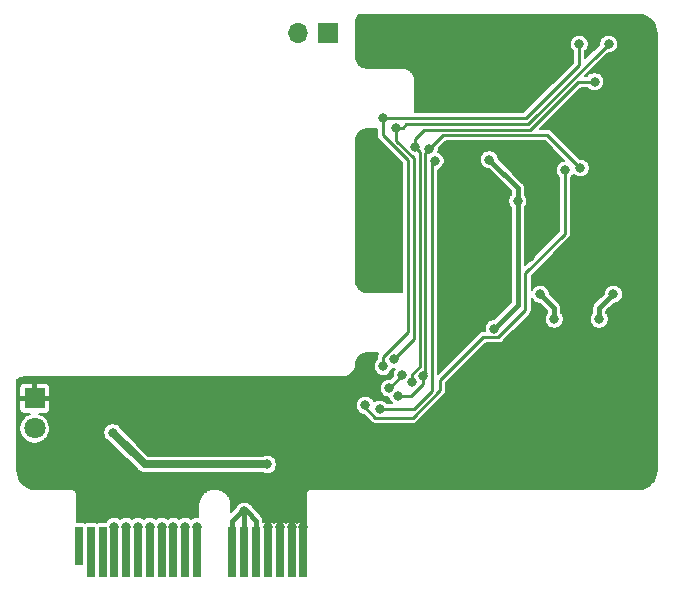
<source format=gbr>
G04 #@! TF.GenerationSoftware,KiCad,Pcbnew,(5.1.5)-3*
G04 #@! TF.CreationDate,2020-03-14T23:44:40+00:00*
G04 #@! TF.ProjectId,VC-01 Card,56432d30-3120-4436-9172-642e6b696361,DRAFT WIP*
G04 #@! TF.SameCoordinates,Original*
G04 #@! TF.FileFunction,Copper,L2,Bot*
G04 #@! TF.FilePolarity,Positive*
%FSLAX46Y46*%
G04 Gerber Fmt 4.6, Leading zero omitted, Abs format (unit mm)*
G04 Created by KiCad (PCBNEW (5.1.5)-3) date 2020-03-14 23:44:40*
%MOMM*%
%LPD*%
G04 APERTURE LIST*
%ADD10R,0.700000X3.200000*%
%ADD11R,0.700000X4.300000*%
%ADD12R,1.800000X1.800000*%
%ADD13C,1.800000*%
%ADD14R,1.700000X1.700000*%
%ADD15O,1.700000X1.700000*%
%ADD16C,0.800000*%
%ADD17C,0.250000*%
%ADD18C,0.400000*%
%ADD19C,0.650000*%
%ADD20C,0.200000*%
G04 APERTURE END LIST*
D10*
X129650000Y-143600000D03*
D11*
X130650000Y-144150000D03*
X131650000Y-144150000D03*
X132650000Y-144150000D03*
X133650000Y-144150000D03*
X134650000Y-144150000D03*
X135650000Y-144150000D03*
X136650000Y-144150000D03*
X137650000Y-144150000D03*
X138650000Y-144150000D03*
X139650000Y-144150000D03*
X144650000Y-144150000D03*
X145650000Y-144150000D03*
X146650000Y-144150000D03*
X147650000Y-144150000D03*
X148650000Y-144150000D03*
X142650000Y-144150000D03*
X143650000Y-144150000D03*
D12*
X125900000Y-131100000D03*
D13*
X125900000Y-133640000D03*
D14*
X150700000Y-100200000D03*
D15*
X148160000Y-100200000D03*
D16*
X171800000Y-125700000D03*
X171799059Y-119367688D03*
X167800000Y-119100000D03*
X175800000Y-119100000D03*
X169200000Y-125300000D03*
X174400000Y-125300000D03*
X167600000Y-129600000D03*
X161856538Y-124960996D03*
X141700000Y-137900000D03*
X161100000Y-129900000D03*
X161000000Y-110300000D03*
X167100000Y-106500000D03*
X170800000Y-107400000D03*
X157900000Y-134100000D03*
X145700000Y-137900000D03*
X149900000Y-138000000D03*
X150000000Y-135800000D03*
X152000000Y-130200000D03*
X151000000Y-130200000D03*
X150000000Y-130200000D03*
X149000000Y-130200000D03*
X148000000Y-130200000D03*
X146000000Y-130200000D03*
X147000000Y-130200000D03*
X145000000Y-130200000D03*
X144000000Y-130200000D03*
X142000000Y-130200000D03*
X143000000Y-130200000D03*
X141000000Y-130200000D03*
X140000000Y-130200000D03*
X139000000Y-130200000D03*
X138000000Y-130200000D03*
X137000000Y-130200000D03*
X136000000Y-130200000D03*
X135000000Y-130200000D03*
X134000000Y-130200000D03*
X132000000Y-130200000D03*
X133000000Y-130200000D03*
X131000000Y-130200000D03*
X130000000Y-130200000D03*
X129000000Y-130200000D03*
X128000000Y-130200000D03*
X164500000Y-105700000D03*
X153000000Y-129200000D03*
X153600000Y-127800000D03*
X156000000Y-117200000D03*
X156000000Y-116200000D03*
X156000000Y-115200000D03*
X156000000Y-114200000D03*
X156000000Y-113200000D03*
X156000000Y-112200000D03*
X156000000Y-111200000D03*
X155000000Y-110200000D03*
X153600000Y-109200000D03*
X145650000Y-141950000D03*
X146650000Y-141950000D03*
X147650000Y-141950000D03*
X148650000Y-141950000D03*
X154900000Y-130800000D03*
X164400000Y-110900000D03*
X164800000Y-125200000D03*
X166800002Y-114400000D03*
X139650000Y-141950000D03*
X145600000Y-136700000D03*
X132500000Y-134000000D03*
X155400000Y-107400000D03*
X172000000Y-101100000D03*
X132650000Y-141950000D03*
X155400000Y-128400000D03*
X153900000Y-131700000D03*
X133650000Y-141950000D03*
X170800000Y-111800000D03*
X155100000Y-132000000D03*
X159800000Y-111000000D03*
X134650000Y-141950000D03*
X135650000Y-141950000D03*
X155938407Y-130236744D03*
X156999982Y-129100000D03*
X156705249Y-130914193D03*
X158774990Y-129211259D03*
X136650000Y-141950000D03*
X159300000Y-110000000D03*
X172100000Y-111600000D03*
X156300000Y-127800000D03*
X156500000Y-108200000D03*
X174500000Y-101100000D03*
X137650000Y-141950000D03*
X173300000Y-104300000D03*
X138650000Y-141950000D03*
X158114764Y-109816474D03*
X157878422Y-129727760D03*
X169900000Y-124400000D03*
X173700000Y-124400000D03*
X174902531Y-122284590D03*
X168697469Y-122284590D03*
X143650000Y-140650000D03*
D17*
X145650000Y-144150000D02*
X145650000Y-141950000D01*
X146650000Y-144150000D02*
X146650000Y-141950000D01*
X147650000Y-144150000D02*
X147650000Y-141950000D01*
X148650000Y-144150000D02*
X148650000Y-141950000D01*
D18*
X164400000Y-110900000D02*
X166800002Y-113300002D01*
X166800002Y-113300002D02*
X166800002Y-114400000D01*
X166800000Y-114400002D02*
X166800002Y-114400000D01*
X164800000Y-125200000D02*
X166800000Y-123200000D01*
X166800000Y-123200000D02*
X166800000Y-114400002D01*
X139650000Y-144150000D02*
X139650000Y-141950000D01*
D19*
X145600000Y-136700000D02*
X135200000Y-136700000D01*
X135200000Y-136700000D02*
X132500000Y-134000000D01*
D17*
X172000000Y-102900000D02*
X172000000Y-101100000D01*
X155400000Y-107400000D02*
X167500000Y-107400000D01*
X167500000Y-107400000D02*
X172000000Y-102900000D01*
X132650000Y-144150000D02*
X132650000Y-141950000D01*
X155400000Y-127600000D02*
X155400000Y-127834315D01*
X157549989Y-110961114D02*
X157549989Y-125450011D01*
X155400000Y-108811125D02*
X157549989Y-110961114D01*
X155400000Y-107400000D02*
X155400000Y-108811125D01*
X155400000Y-127834315D02*
X155400000Y-128400000D01*
X157549989Y-125450011D02*
X155400000Y-127600000D01*
X133650000Y-144150000D02*
X133650000Y-141950000D01*
X165148001Y-125925001D02*
X167451999Y-123621003D01*
X153900000Y-131873002D02*
X154751999Y-132725001D01*
X160225021Y-129574979D02*
X163874999Y-125925001D01*
X160225021Y-130411389D02*
X160225021Y-129574979D01*
X157911409Y-132725001D02*
X160225021Y-130411389D01*
X154751999Y-132725001D02*
X157911409Y-132725001D01*
X163874999Y-125925001D02*
X165148001Y-125925001D01*
X167451999Y-120521003D02*
X170800000Y-117173002D01*
X153900000Y-131700000D02*
X153900000Y-131873002D01*
X167451999Y-123621003D02*
X167451999Y-120521003D01*
X170800000Y-117173002D02*
X170800000Y-111800000D01*
X158000000Y-132000000D02*
X159500000Y-130500000D01*
X155100000Y-132000000D02*
X158000000Y-132000000D01*
X159500000Y-111200000D02*
X159600000Y-111200000D01*
X159600000Y-111200000D02*
X159800000Y-111000000D01*
X159500000Y-130500000D02*
X159500000Y-111200000D01*
X134650000Y-144150000D02*
X134650000Y-141950000D01*
X135650000Y-143150000D02*
X135700000Y-143100000D01*
X135650000Y-144150000D02*
X135650000Y-143150000D01*
X135650000Y-144150000D02*
X135650000Y-141950000D01*
X156999982Y-129175169D02*
X156999982Y-129100000D01*
X155938407Y-130236744D02*
X156999982Y-129175169D01*
X157000000Y-129099982D02*
X156999982Y-129100000D01*
X157737741Y-130914193D02*
X158774990Y-129876944D01*
X158774990Y-129776944D02*
X158774990Y-129211259D01*
X158774990Y-129876944D02*
X158774990Y-129776944D01*
X156705249Y-130914193D02*
X157737741Y-130914193D01*
X158774990Y-129211259D02*
X159038188Y-128948061D01*
X136650000Y-144150000D02*
X136650000Y-141950000D01*
X158950010Y-110349990D02*
X159300000Y-110000000D01*
X158774990Y-129211259D02*
X158950010Y-129036239D01*
X158950010Y-129036239D02*
X158950010Y-110349990D01*
X169300000Y-108800000D02*
X160500000Y-108800000D01*
X160500000Y-108800000D02*
X159699999Y-109600001D01*
X172100000Y-111600000D02*
X169300000Y-108800000D01*
X159699999Y-109600001D02*
X159300000Y-110000000D01*
X157065685Y-108200000D02*
X157365707Y-107899978D01*
X157365707Y-107899978D02*
X167663612Y-107899978D01*
X167663612Y-107899978D02*
X174063591Y-101499999D01*
X174100001Y-101499999D02*
X174500000Y-101100000D01*
X174063591Y-101499999D02*
X174100001Y-101499999D01*
X156500000Y-108200000D02*
X157065685Y-108200000D01*
X137650000Y-144150000D02*
X137650000Y-141950000D01*
X158000000Y-126100000D02*
X158000000Y-110774714D01*
X156300000Y-127800000D02*
X158000000Y-126100000D01*
X158000000Y-110774714D02*
X156500000Y-109274714D01*
X156500000Y-109274714D02*
X156500000Y-108765685D01*
X156500000Y-108765685D02*
X156500000Y-108200000D01*
X138650000Y-144150000D02*
X138650000Y-141950000D01*
X158075000Y-109776710D02*
X158114764Y-109816474D01*
X171900000Y-104300000D02*
X167850011Y-108349989D01*
X173300000Y-104300000D02*
X171900000Y-104300000D01*
X167850011Y-108349989D02*
X158850011Y-108349989D01*
X158075000Y-109125000D02*
X158075000Y-109776710D01*
X158850011Y-108349989D02*
X158075000Y-109125000D01*
X157878422Y-129034823D02*
X157878422Y-129162075D01*
X158500000Y-110201710D02*
X158500000Y-128413245D01*
X158500000Y-128413245D02*
X157878422Y-129034823D01*
X157878422Y-129162075D02*
X157878422Y-129727760D01*
X158114764Y-109816474D02*
X158500000Y-110201710D01*
D18*
X173700000Y-124400000D02*
X173700000Y-123487121D01*
X173700000Y-123487121D02*
X174902531Y-122284590D01*
X169900000Y-124400000D02*
X169900000Y-123487121D01*
X169900000Y-123487121D02*
X168697469Y-122284590D01*
X143650000Y-144150000D02*
X143650000Y-140650000D01*
X142650000Y-141450000D02*
X142650000Y-144150000D01*
X143650000Y-140650000D02*
X143450000Y-140650000D01*
X143450000Y-140650000D02*
X142650000Y-141450000D01*
X144650000Y-141450000D02*
X144650000Y-144150000D01*
X143650000Y-140650000D02*
X143850000Y-140650000D01*
X143850000Y-140650000D02*
X144650000Y-141450000D01*
D20*
G36*
X177305525Y-98656996D02*
G01*
X177599413Y-98745726D01*
X177870462Y-98889846D01*
X178108361Y-99083872D01*
X178304045Y-99320412D01*
X178450056Y-99590455D01*
X178540834Y-99883709D01*
X178575000Y-100208779D01*
X178575001Y-137179200D01*
X178543004Y-137505525D01*
X178454276Y-137799410D01*
X178310153Y-138070465D01*
X178116129Y-138308361D01*
X177879588Y-138504045D01*
X177609545Y-138650056D01*
X177316291Y-138740834D01*
X176991221Y-138775000D01*
X149449163Y-138775000D01*
X149388214Y-138756511D01*
X149300000Y-138747823D01*
X149211785Y-138756511D01*
X149126959Y-138782243D01*
X149048784Y-138824029D01*
X148980263Y-138880263D01*
X148924029Y-138948785D01*
X148882243Y-139026960D01*
X148856511Y-139111786D01*
X148850000Y-139177896D01*
X148850000Y-141654000D01*
X148804000Y-141700000D01*
X148804000Y-143996000D01*
X148824000Y-143996000D01*
X148824000Y-144134683D01*
X148476000Y-144134683D01*
X148476000Y-143996000D01*
X148496000Y-143996000D01*
X148496000Y-141700000D01*
X148396000Y-141600000D01*
X148300000Y-141598065D01*
X148221586Y-141605788D01*
X148150000Y-141627503D01*
X148078414Y-141605788D01*
X148000000Y-141598065D01*
X147904000Y-141600000D01*
X147804000Y-141700000D01*
X147804000Y-143996000D01*
X147824000Y-143996000D01*
X147824000Y-144134683D01*
X147476000Y-144134683D01*
X147476000Y-143996000D01*
X147496000Y-143996000D01*
X147496000Y-141700000D01*
X147396000Y-141600000D01*
X147300000Y-141598065D01*
X147221586Y-141605788D01*
X147150000Y-141627503D01*
X147078414Y-141605788D01*
X147000000Y-141598065D01*
X146904000Y-141600000D01*
X146804000Y-141700000D01*
X146804000Y-143996000D01*
X146824000Y-143996000D01*
X146824000Y-144134683D01*
X146476000Y-144134683D01*
X146476000Y-143996000D01*
X146496000Y-143996000D01*
X146496000Y-141700000D01*
X146396000Y-141600000D01*
X146300000Y-141598065D01*
X146221586Y-141605788D01*
X146150000Y-141627503D01*
X146078414Y-141605788D01*
X146000000Y-141598065D01*
X145904000Y-141600000D01*
X145804000Y-141700000D01*
X145804000Y-143996000D01*
X145824000Y-143996000D01*
X145824000Y-144134683D01*
X145476000Y-144134683D01*
X145476000Y-143996000D01*
X145496000Y-143996000D01*
X145496000Y-141700000D01*
X145396000Y-141600000D01*
X145300000Y-141598065D01*
X145250000Y-141602990D01*
X145250000Y-141479474D01*
X145252903Y-141450000D01*
X145241318Y-141332379D01*
X145207010Y-141219278D01*
X145186412Y-141180743D01*
X145151296Y-141115045D01*
X145076317Y-141023683D01*
X145053420Y-141004892D01*
X144386787Y-140338260D01*
X144358951Y-140271058D01*
X144271401Y-140140030D01*
X144159970Y-140028599D01*
X144028942Y-139941049D01*
X143883351Y-139880743D01*
X143728793Y-139850000D01*
X143571207Y-139850000D01*
X143416649Y-139880743D01*
X143271058Y-139941049D01*
X143140030Y-140028599D01*
X143028599Y-140140030D01*
X142941049Y-140271058D01*
X142913213Y-140338259D01*
X142550000Y-140701473D01*
X142550000Y-140127895D01*
X142547759Y-140105141D01*
X142547759Y-140092824D01*
X142547103Y-140086575D01*
X142526436Y-139902323D01*
X142517945Y-139862376D01*
X142510034Y-139822422D01*
X142508176Y-139816420D01*
X142508176Y-139816418D01*
X142508174Y-139816412D01*
X142452115Y-139639690D01*
X142436035Y-139602171D01*
X142420505Y-139564493D01*
X142417517Y-139558966D01*
X142328196Y-139396492D01*
X142305148Y-139362831D01*
X142282582Y-139328867D01*
X142278577Y-139324025D01*
X142159399Y-139181996D01*
X142130229Y-139153430D01*
X142101520Y-139124520D01*
X142096657Y-139120554D01*
X142096651Y-139120548D01*
X142096644Y-139120544D01*
X141952157Y-139004372D01*
X141918006Y-138982025D01*
X141884217Y-138959233D01*
X141878669Y-138956283D01*
X141714360Y-138870384D01*
X141676522Y-138855096D01*
X141638944Y-138839300D01*
X141632929Y-138837483D01*
X141455065Y-138785136D01*
X141415009Y-138777495D01*
X141375050Y-138769292D01*
X141368797Y-138768679D01*
X141184153Y-138751875D01*
X141143368Y-138752160D01*
X141102582Y-138751875D01*
X141096329Y-138752488D01*
X140911937Y-138771869D01*
X140871976Y-138780072D01*
X140831924Y-138787712D01*
X140825909Y-138789528D01*
X140648793Y-138844354D01*
X140611187Y-138860162D01*
X140573377Y-138875438D01*
X140567829Y-138878388D01*
X140404736Y-138966572D01*
X140370897Y-138989397D01*
X140336794Y-139011713D01*
X140331925Y-139015684D01*
X140189066Y-139133868D01*
X140160289Y-139162846D01*
X140131189Y-139191343D01*
X140127183Y-139196184D01*
X140010001Y-139339864D01*
X139987420Y-139373851D01*
X139964388Y-139407488D01*
X139961399Y-139413014D01*
X139874355Y-139576720D01*
X139858798Y-139614464D01*
X139842745Y-139651918D01*
X139840887Y-139657920D01*
X139787299Y-139835414D01*
X139779368Y-139875468D01*
X139770898Y-139915315D01*
X139770242Y-139921557D01*
X139770240Y-139921566D01*
X139770240Y-139921574D01*
X139752168Y-140105882D01*
X139750000Y-140127896D01*
X139750000Y-141154218D01*
X139728793Y-141150000D01*
X139571207Y-141150000D01*
X139416649Y-141180743D01*
X139271058Y-141241049D01*
X139150000Y-141321937D01*
X139028942Y-141241049D01*
X138883351Y-141180743D01*
X138728793Y-141150000D01*
X138571207Y-141150000D01*
X138416649Y-141180743D01*
X138271058Y-141241049D01*
X138150000Y-141321937D01*
X138028942Y-141241049D01*
X137883351Y-141180743D01*
X137728793Y-141150000D01*
X137571207Y-141150000D01*
X137416649Y-141180743D01*
X137271058Y-141241049D01*
X137150000Y-141321937D01*
X137028942Y-141241049D01*
X136883351Y-141180743D01*
X136728793Y-141150000D01*
X136571207Y-141150000D01*
X136416649Y-141180743D01*
X136271058Y-141241049D01*
X136150000Y-141321937D01*
X136028942Y-141241049D01*
X135883351Y-141180743D01*
X135728793Y-141150000D01*
X135571207Y-141150000D01*
X135416649Y-141180743D01*
X135271058Y-141241049D01*
X135150000Y-141321937D01*
X135028942Y-141241049D01*
X134883351Y-141180743D01*
X134728793Y-141150000D01*
X134571207Y-141150000D01*
X134416649Y-141180743D01*
X134271058Y-141241049D01*
X134150000Y-141321937D01*
X134028942Y-141241049D01*
X133883351Y-141180743D01*
X133728793Y-141150000D01*
X133571207Y-141150000D01*
X133416649Y-141180743D01*
X133271058Y-141241049D01*
X133150000Y-141321937D01*
X133028942Y-141241049D01*
X132883351Y-141180743D01*
X132728793Y-141150000D01*
X132571207Y-141150000D01*
X132416649Y-141180743D01*
X132271058Y-141241049D01*
X132140030Y-141328599D01*
X132028599Y-141440030D01*
X131941049Y-141571058D01*
X131929862Y-141598065D01*
X131300000Y-141598065D01*
X131221586Y-141605788D01*
X131150000Y-141627503D01*
X131078414Y-141605788D01*
X131000000Y-141598065D01*
X130300000Y-141598065D01*
X130221586Y-141605788D01*
X130150000Y-141627503D01*
X130078414Y-141605788D01*
X130000000Y-141598065D01*
X129450000Y-141598065D01*
X129450000Y-139177895D01*
X129443489Y-139111785D01*
X129417757Y-139026959D01*
X129375971Y-138948784D01*
X129319737Y-138880263D01*
X129251215Y-138824029D01*
X129173040Y-138782243D01*
X129088214Y-138756511D01*
X129000000Y-138747823D01*
X128911785Y-138756511D01*
X128850836Y-138775000D01*
X126020790Y-138775000D01*
X125694475Y-138743004D01*
X125400590Y-138654276D01*
X125129535Y-138510153D01*
X124891639Y-138316129D01*
X124695955Y-138079588D01*
X124549944Y-137809545D01*
X124459166Y-137516291D01*
X124425000Y-137191221D01*
X124425000Y-132000000D01*
X124598065Y-132000000D01*
X124605788Y-132078414D01*
X124628660Y-132153814D01*
X124665803Y-132223303D01*
X124715789Y-132284211D01*
X124776697Y-132334197D01*
X124846186Y-132371340D01*
X124921586Y-132394212D01*
X125000000Y-132401935D01*
X125495472Y-132400451D01*
X125284219Y-132487955D01*
X125071298Y-132630224D01*
X124890224Y-132811298D01*
X124747955Y-133024219D01*
X124649958Y-133260804D01*
X124600000Y-133511961D01*
X124600000Y-133768039D01*
X124649958Y-134019196D01*
X124747955Y-134255781D01*
X124890224Y-134468702D01*
X125071298Y-134649776D01*
X125284219Y-134792045D01*
X125520804Y-134890042D01*
X125771961Y-134940000D01*
X126028039Y-134940000D01*
X126279196Y-134890042D01*
X126515781Y-134792045D01*
X126728702Y-134649776D01*
X126909776Y-134468702D01*
X127052045Y-134255781D01*
X127150042Y-134019196D01*
X127169533Y-133921207D01*
X131700000Y-133921207D01*
X131700000Y-134078793D01*
X131730743Y-134233351D01*
X131791049Y-134378942D01*
X131878599Y-134509970D01*
X131990030Y-134621401D01*
X132121058Y-134708951D01*
X132227904Y-134753208D01*
X134662172Y-137187477D01*
X134684868Y-137215132D01*
X134712523Y-137237828D01*
X134712525Y-137237830D01*
X134767948Y-137283314D01*
X134795263Y-137305731D01*
X134921212Y-137373053D01*
X135057875Y-137414509D01*
X135164393Y-137425000D01*
X135164400Y-137425000D01*
X135200000Y-137428506D01*
X135235600Y-137425000D01*
X145259804Y-137425000D01*
X145366649Y-137469257D01*
X145521207Y-137500000D01*
X145678793Y-137500000D01*
X145833351Y-137469257D01*
X145978942Y-137408951D01*
X146109970Y-137321401D01*
X146221401Y-137209970D01*
X146308951Y-137078942D01*
X146369257Y-136933351D01*
X146400000Y-136778793D01*
X146400000Y-136621207D01*
X146369257Y-136466649D01*
X146308951Y-136321058D01*
X146221401Y-136190030D01*
X146109970Y-136078599D01*
X145978942Y-135991049D01*
X145833351Y-135930743D01*
X145678793Y-135900000D01*
X145521207Y-135900000D01*
X145366649Y-135930743D01*
X145259804Y-135975000D01*
X135500305Y-135975000D01*
X133253208Y-133727904D01*
X133208951Y-133621058D01*
X133121401Y-133490030D01*
X133009970Y-133378599D01*
X132878942Y-133291049D01*
X132733351Y-133230743D01*
X132578793Y-133200000D01*
X132421207Y-133200000D01*
X132266649Y-133230743D01*
X132121058Y-133291049D01*
X131990030Y-133378599D01*
X131878599Y-133490030D01*
X131791049Y-133621058D01*
X131730743Y-133766649D01*
X131700000Y-133921207D01*
X127169533Y-133921207D01*
X127200000Y-133768039D01*
X127200000Y-133511961D01*
X127150042Y-133260804D01*
X127052045Y-133024219D01*
X126909776Y-132811298D01*
X126728702Y-132630224D01*
X126515781Y-132487955D01*
X126304528Y-132400451D01*
X126800000Y-132401935D01*
X126878414Y-132394212D01*
X126953814Y-132371340D01*
X127023303Y-132334197D01*
X127084211Y-132284211D01*
X127134197Y-132223303D01*
X127171340Y-132153814D01*
X127194212Y-132078414D01*
X127201935Y-132000000D01*
X127200000Y-131354000D01*
X127100000Y-131254000D01*
X126054000Y-131254000D01*
X126054000Y-131274000D01*
X125746000Y-131274000D01*
X125746000Y-131254000D01*
X124700000Y-131254000D01*
X124600000Y-131354000D01*
X124598065Y-132000000D01*
X124425000Y-132000000D01*
X124425000Y-130200000D01*
X124598065Y-130200000D01*
X124600000Y-130846000D01*
X124700000Y-130946000D01*
X125746000Y-130946000D01*
X125746000Y-129900000D01*
X126054000Y-129900000D01*
X126054000Y-130946000D01*
X127100000Y-130946000D01*
X127200000Y-130846000D01*
X127201935Y-130200000D01*
X127194212Y-130121586D01*
X127171340Y-130046186D01*
X127134197Y-129976697D01*
X127084211Y-129915789D01*
X127023303Y-129865803D01*
X126953814Y-129828660D01*
X126878414Y-129805788D01*
X126800000Y-129798065D01*
X126154000Y-129800000D01*
X126054000Y-129900000D01*
X125746000Y-129900000D01*
X125646000Y-129800000D01*
X125000000Y-129798065D01*
X124921586Y-129805788D01*
X124846186Y-129828660D01*
X124776697Y-129865803D01*
X124715789Y-129915789D01*
X124665803Y-129976697D01*
X124628660Y-130046186D01*
X124605788Y-130121586D01*
X124598065Y-130200000D01*
X124425000Y-130200000D01*
X124425000Y-129547326D01*
X124499695Y-129485941D01*
X124655021Y-129402753D01*
X124823594Y-129351438D01*
X125003827Y-129333482D01*
X152001316Y-129301195D01*
X152011109Y-129300702D01*
X152206030Y-129281283D01*
X152225239Y-129277442D01*
X152412634Y-129220397D01*
X152430724Y-129212884D01*
X152603404Y-129120402D01*
X152619683Y-129109507D01*
X152771020Y-128985137D01*
X152784863Y-128971278D01*
X152909053Y-128819792D01*
X152919929Y-128803499D01*
X153012204Y-128630708D01*
X153019695Y-128612609D01*
X153076515Y-128425146D01*
X153080333Y-128405933D01*
X153099519Y-128210989D01*
X153099636Y-128208601D01*
X153117768Y-128024515D01*
X153168955Y-127855771D01*
X153252080Y-127700255D01*
X153363946Y-127563946D01*
X153500255Y-127452080D01*
X153655771Y-127368955D01*
X153824515Y-127317768D01*
X154004908Y-127300000D01*
X154967041Y-127300000D01*
X154961367Y-127306914D01*
X154912617Y-127398120D01*
X154882597Y-127497083D01*
X154875000Y-127574213D01*
X154875000Y-127574220D01*
X154872461Y-127600000D01*
X154875000Y-127625780D01*
X154875000Y-127793629D01*
X154778599Y-127890030D01*
X154691049Y-128021058D01*
X154630743Y-128166649D01*
X154600000Y-128321207D01*
X154600000Y-128478793D01*
X154630743Y-128633351D01*
X154691049Y-128778942D01*
X154778599Y-128909970D01*
X154890030Y-129021401D01*
X155021058Y-129108951D01*
X155166649Y-129169257D01*
X155321207Y-129200000D01*
X155478793Y-129200000D01*
X155633351Y-129169257D01*
X155778942Y-129108951D01*
X155909970Y-129021401D01*
X156021401Y-128909970D01*
X156108951Y-128778942D01*
X156169257Y-128633351D01*
X156177616Y-128591329D01*
X156221207Y-128600000D01*
X156371919Y-128600000D01*
X156291031Y-128721058D01*
X156230725Y-128866649D01*
X156199982Y-129021207D01*
X156199982Y-129178793D01*
X156208927Y-129223762D01*
X155995945Y-129436744D01*
X155859614Y-129436744D01*
X155705056Y-129467487D01*
X155559465Y-129527793D01*
X155428437Y-129615343D01*
X155317006Y-129726774D01*
X155229456Y-129857802D01*
X155169150Y-130003393D01*
X155138407Y-130157951D01*
X155138407Y-130315537D01*
X155169150Y-130470095D01*
X155229456Y-130615686D01*
X155317006Y-130746714D01*
X155428437Y-130858145D01*
X155559465Y-130945695D01*
X155705056Y-131006001D01*
X155859614Y-131036744D01*
X155913953Y-131036744D01*
X155935992Y-131147544D01*
X155996298Y-131293135D01*
X156083848Y-131424163D01*
X156134685Y-131475000D01*
X155706371Y-131475000D01*
X155609970Y-131378599D01*
X155478942Y-131291049D01*
X155333351Y-131230743D01*
X155178793Y-131200000D01*
X155021207Y-131200000D01*
X154866649Y-131230743D01*
X154721058Y-131291049D01*
X154623517Y-131356224D01*
X154608951Y-131321058D01*
X154521401Y-131190030D01*
X154409970Y-131078599D01*
X154278942Y-130991049D01*
X154133351Y-130930743D01*
X153978793Y-130900000D01*
X153821207Y-130900000D01*
X153666649Y-130930743D01*
X153521058Y-130991049D01*
X153390030Y-131078599D01*
X153278599Y-131190030D01*
X153191049Y-131321058D01*
X153130743Y-131466649D01*
X153100000Y-131621207D01*
X153100000Y-131778793D01*
X153130743Y-131933351D01*
X153191049Y-132078942D01*
X153278599Y-132209970D01*
X153390030Y-132321401D01*
X153521058Y-132408951D01*
X153666649Y-132469257D01*
X153775432Y-132490895D01*
X154362533Y-133077997D01*
X154378972Y-133098028D01*
X154458913Y-133163634D01*
X154550118Y-133212384D01*
X154649081Y-133242404D01*
X154726211Y-133250001D01*
X154751999Y-133252541D01*
X154777787Y-133250001D01*
X157885629Y-133250001D01*
X157911409Y-133252540D01*
X157937189Y-133250001D01*
X157937197Y-133250001D01*
X158014327Y-133242404D01*
X158113290Y-133212384D01*
X158204495Y-133163634D01*
X158284436Y-133098028D01*
X158300880Y-133077991D01*
X160578017Y-130800855D01*
X160598048Y-130784416D01*
X160663654Y-130704475D01*
X160712404Y-130613270D01*
X160742424Y-130514307D01*
X160750021Y-130437177D01*
X160750021Y-130437170D01*
X160752560Y-130411390D01*
X160750021Y-130385610D01*
X160750021Y-129792440D01*
X164092461Y-126450001D01*
X165122221Y-126450001D01*
X165148001Y-126452540D01*
X165173781Y-126450001D01*
X165173789Y-126450001D01*
X165250919Y-126442404D01*
X165349882Y-126412384D01*
X165441087Y-126363634D01*
X165521028Y-126298028D01*
X165537472Y-126277991D01*
X167804995Y-124010469D01*
X167825026Y-123994030D01*
X167890632Y-123914089D01*
X167939382Y-123822884D01*
X167969402Y-123723921D01*
X167976999Y-123646791D01*
X167976999Y-123646784D01*
X167979538Y-123621004D01*
X167976999Y-123595224D01*
X167976999Y-122635723D01*
X167988518Y-122663532D01*
X168076068Y-122794560D01*
X168187499Y-122905991D01*
X168318527Y-122993541D01*
X168464118Y-123053847D01*
X168618676Y-123084590D01*
X168648942Y-123084590D01*
X169300000Y-123735649D01*
X169300000Y-123868629D01*
X169278599Y-123890030D01*
X169191049Y-124021058D01*
X169130743Y-124166649D01*
X169100000Y-124321207D01*
X169100000Y-124478793D01*
X169130743Y-124633351D01*
X169191049Y-124778942D01*
X169278599Y-124909970D01*
X169390030Y-125021401D01*
X169521058Y-125108951D01*
X169666649Y-125169257D01*
X169821207Y-125200000D01*
X169978793Y-125200000D01*
X170133351Y-125169257D01*
X170278942Y-125108951D01*
X170409970Y-125021401D01*
X170521401Y-124909970D01*
X170608951Y-124778942D01*
X170669257Y-124633351D01*
X170700000Y-124478793D01*
X170700000Y-124321207D01*
X172900000Y-124321207D01*
X172900000Y-124478793D01*
X172930743Y-124633351D01*
X172991049Y-124778942D01*
X173078599Y-124909970D01*
X173190030Y-125021401D01*
X173321058Y-125108951D01*
X173466649Y-125169257D01*
X173621207Y-125200000D01*
X173778793Y-125200000D01*
X173933351Y-125169257D01*
X174078942Y-125108951D01*
X174209970Y-125021401D01*
X174321401Y-124909970D01*
X174408951Y-124778942D01*
X174469257Y-124633351D01*
X174500000Y-124478793D01*
X174500000Y-124321207D01*
X174469257Y-124166649D01*
X174408951Y-124021058D01*
X174321401Y-123890030D01*
X174300000Y-123868629D01*
X174300000Y-123735648D01*
X174951059Y-123084590D01*
X174981324Y-123084590D01*
X175135882Y-123053847D01*
X175281473Y-122993541D01*
X175412501Y-122905991D01*
X175523932Y-122794560D01*
X175611482Y-122663532D01*
X175671788Y-122517941D01*
X175702531Y-122363383D01*
X175702531Y-122205797D01*
X175671788Y-122051239D01*
X175611482Y-121905648D01*
X175523932Y-121774620D01*
X175412501Y-121663189D01*
X175281473Y-121575639D01*
X175135882Y-121515333D01*
X174981324Y-121484590D01*
X174823738Y-121484590D01*
X174669180Y-121515333D01*
X174523589Y-121575639D01*
X174392561Y-121663189D01*
X174281130Y-121774620D01*
X174193580Y-121905648D01*
X174133274Y-122051239D01*
X174102531Y-122205797D01*
X174102531Y-122236062D01*
X173296581Y-123042012D01*
X173273684Y-123060804D01*
X173198705Y-123152166D01*
X173182561Y-123182370D01*
X173142991Y-123256400D01*
X173108682Y-123369501D01*
X173097097Y-123487121D01*
X173100000Y-123516595D01*
X173100000Y-123868629D01*
X173078599Y-123890030D01*
X172991049Y-124021058D01*
X172930743Y-124166649D01*
X172900000Y-124321207D01*
X170700000Y-124321207D01*
X170669257Y-124166649D01*
X170608951Y-124021058D01*
X170521401Y-123890030D01*
X170500000Y-123868629D01*
X170500000Y-123516597D01*
X170502903Y-123487121D01*
X170491319Y-123369500D01*
X170457010Y-123256400D01*
X170417440Y-123182370D01*
X170401296Y-123152166D01*
X170326317Y-123060804D01*
X170303419Y-123042012D01*
X169497469Y-122236063D01*
X169497469Y-122205797D01*
X169466726Y-122051239D01*
X169406420Y-121905648D01*
X169318870Y-121774620D01*
X169207439Y-121663189D01*
X169076411Y-121575639D01*
X168930820Y-121515333D01*
X168776262Y-121484590D01*
X168618676Y-121484590D01*
X168464118Y-121515333D01*
X168318527Y-121575639D01*
X168187499Y-121663189D01*
X168076068Y-121774620D01*
X167988518Y-121905648D01*
X167976999Y-121933457D01*
X167976999Y-120738464D01*
X171152996Y-117562468D01*
X171173027Y-117546029D01*
X171238633Y-117466088D01*
X171287383Y-117374883D01*
X171317403Y-117275920D01*
X171325000Y-117198790D01*
X171325000Y-117198783D01*
X171327539Y-117173003D01*
X171325000Y-117147223D01*
X171325000Y-112406371D01*
X171421401Y-112309970D01*
X171508951Y-112178942D01*
X171520263Y-112151634D01*
X171590030Y-112221401D01*
X171721058Y-112308951D01*
X171866649Y-112369257D01*
X172021207Y-112400000D01*
X172178793Y-112400000D01*
X172333351Y-112369257D01*
X172478942Y-112308951D01*
X172609970Y-112221401D01*
X172721401Y-112109970D01*
X172808951Y-111978942D01*
X172869257Y-111833351D01*
X172900000Y-111678793D01*
X172900000Y-111521207D01*
X172869257Y-111366649D01*
X172808951Y-111221058D01*
X172721401Y-111090030D01*
X172609970Y-110978599D01*
X172478942Y-110891049D01*
X172333351Y-110830743D01*
X172178793Y-110800000D01*
X172042462Y-110800000D01*
X169689471Y-108447010D01*
X169673027Y-108426973D01*
X169593086Y-108361367D01*
X169501881Y-108312617D01*
X169402918Y-108282597D01*
X169325788Y-108275000D01*
X169325780Y-108275000D01*
X169300000Y-108272461D01*
X169274220Y-108275000D01*
X168667461Y-108275000D01*
X172117462Y-104825000D01*
X172693629Y-104825000D01*
X172790030Y-104921401D01*
X172921058Y-105008951D01*
X173066649Y-105069257D01*
X173221207Y-105100000D01*
X173378793Y-105100000D01*
X173533351Y-105069257D01*
X173678942Y-105008951D01*
X173809970Y-104921401D01*
X173921401Y-104809970D01*
X174008951Y-104678942D01*
X174069257Y-104533351D01*
X174100000Y-104378793D01*
X174100000Y-104221207D01*
X174069257Y-104066649D01*
X174008951Y-103921058D01*
X173921401Y-103790030D01*
X173809970Y-103678599D01*
X173678942Y-103591049D01*
X173533351Y-103530743D01*
X173378793Y-103500000D01*
X173221207Y-103500000D01*
X173066649Y-103530743D01*
X172921058Y-103591049D01*
X172790030Y-103678599D01*
X172693629Y-103775000D01*
X172531052Y-103775000D01*
X174337947Y-101968105D01*
X174393087Y-101938632D01*
X174440160Y-101900000D01*
X174578793Y-101900000D01*
X174733351Y-101869257D01*
X174878942Y-101808951D01*
X175009970Y-101721401D01*
X175121401Y-101609970D01*
X175208951Y-101478942D01*
X175269257Y-101333351D01*
X175300000Y-101178793D01*
X175300000Y-101021207D01*
X175269257Y-100866649D01*
X175208951Y-100721058D01*
X175121401Y-100590030D01*
X175009970Y-100478599D01*
X174878942Y-100391049D01*
X174733351Y-100330743D01*
X174578793Y-100300000D01*
X174421207Y-100300000D01*
X174266649Y-100330743D01*
X174121058Y-100391049D01*
X173990030Y-100478599D01*
X173878599Y-100590030D01*
X173791049Y-100721058D01*
X173730743Y-100866649D01*
X173700000Y-101021207D01*
X173700000Y-101119228D01*
X173690564Y-101126972D01*
X173674125Y-101147003D01*
X172525000Y-102296128D01*
X172525000Y-101706371D01*
X172621401Y-101609970D01*
X172708951Y-101478942D01*
X172769257Y-101333351D01*
X172800000Y-101178793D01*
X172800000Y-101021207D01*
X172769257Y-100866649D01*
X172708951Y-100721058D01*
X172621401Y-100590030D01*
X172509970Y-100478599D01*
X172378942Y-100391049D01*
X172233351Y-100330743D01*
X172078793Y-100300000D01*
X171921207Y-100300000D01*
X171766649Y-100330743D01*
X171621058Y-100391049D01*
X171490030Y-100478599D01*
X171378599Y-100590030D01*
X171291049Y-100721058D01*
X171230743Y-100866649D01*
X171200000Y-101021207D01*
X171200000Y-101178793D01*
X171230743Y-101333351D01*
X171291049Y-101478942D01*
X171378599Y-101609970D01*
X171475001Y-101706372D01*
X171475000Y-102682538D01*
X167282539Y-106875000D01*
X158100000Y-106875000D01*
X158100000Y-104200000D01*
X158099518Y-104190198D01*
X158080303Y-103995108D01*
X158076479Y-103975882D01*
X158019574Y-103788289D01*
X158012072Y-103770177D01*
X157919662Y-103597290D01*
X157908771Y-103580991D01*
X157784408Y-103429454D01*
X157770546Y-103415592D01*
X157619009Y-103291229D01*
X157602710Y-103280338D01*
X157429823Y-103187928D01*
X157411711Y-103180426D01*
X157224118Y-103123521D01*
X157204892Y-103119697D01*
X157009802Y-103100482D01*
X157000000Y-103100000D01*
X154004908Y-103100000D01*
X153824515Y-103082232D01*
X153655771Y-103031045D01*
X153500255Y-102947920D01*
X153363946Y-102836054D01*
X153252080Y-102699745D01*
X153168955Y-102544229D01*
X153117768Y-102375485D01*
X153100000Y-102195092D01*
X153100000Y-99207819D01*
X153117833Y-99027086D01*
X153169205Y-98858068D01*
X153252624Y-98702340D01*
X153316259Y-98625000D01*
X176979210Y-98625000D01*
X177305525Y-98656996D01*
G37*
X177305525Y-98656996D02*
X177599413Y-98745726D01*
X177870462Y-98889846D01*
X178108361Y-99083872D01*
X178304045Y-99320412D01*
X178450056Y-99590455D01*
X178540834Y-99883709D01*
X178575000Y-100208779D01*
X178575001Y-137179200D01*
X178543004Y-137505525D01*
X178454276Y-137799410D01*
X178310153Y-138070465D01*
X178116129Y-138308361D01*
X177879588Y-138504045D01*
X177609545Y-138650056D01*
X177316291Y-138740834D01*
X176991221Y-138775000D01*
X149449163Y-138775000D01*
X149388214Y-138756511D01*
X149300000Y-138747823D01*
X149211785Y-138756511D01*
X149126959Y-138782243D01*
X149048784Y-138824029D01*
X148980263Y-138880263D01*
X148924029Y-138948785D01*
X148882243Y-139026960D01*
X148856511Y-139111786D01*
X148850000Y-139177896D01*
X148850000Y-141654000D01*
X148804000Y-141700000D01*
X148804000Y-143996000D01*
X148824000Y-143996000D01*
X148824000Y-144134683D01*
X148476000Y-144134683D01*
X148476000Y-143996000D01*
X148496000Y-143996000D01*
X148496000Y-141700000D01*
X148396000Y-141600000D01*
X148300000Y-141598065D01*
X148221586Y-141605788D01*
X148150000Y-141627503D01*
X148078414Y-141605788D01*
X148000000Y-141598065D01*
X147904000Y-141600000D01*
X147804000Y-141700000D01*
X147804000Y-143996000D01*
X147824000Y-143996000D01*
X147824000Y-144134683D01*
X147476000Y-144134683D01*
X147476000Y-143996000D01*
X147496000Y-143996000D01*
X147496000Y-141700000D01*
X147396000Y-141600000D01*
X147300000Y-141598065D01*
X147221586Y-141605788D01*
X147150000Y-141627503D01*
X147078414Y-141605788D01*
X147000000Y-141598065D01*
X146904000Y-141600000D01*
X146804000Y-141700000D01*
X146804000Y-143996000D01*
X146824000Y-143996000D01*
X146824000Y-144134683D01*
X146476000Y-144134683D01*
X146476000Y-143996000D01*
X146496000Y-143996000D01*
X146496000Y-141700000D01*
X146396000Y-141600000D01*
X146300000Y-141598065D01*
X146221586Y-141605788D01*
X146150000Y-141627503D01*
X146078414Y-141605788D01*
X146000000Y-141598065D01*
X145904000Y-141600000D01*
X145804000Y-141700000D01*
X145804000Y-143996000D01*
X145824000Y-143996000D01*
X145824000Y-144134683D01*
X145476000Y-144134683D01*
X145476000Y-143996000D01*
X145496000Y-143996000D01*
X145496000Y-141700000D01*
X145396000Y-141600000D01*
X145300000Y-141598065D01*
X145250000Y-141602990D01*
X145250000Y-141479474D01*
X145252903Y-141450000D01*
X145241318Y-141332379D01*
X145207010Y-141219278D01*
X145186412Y-141180743D01*
X145151296Y-141115045D01*
X145076317Y-141023683D01*
X145053420Y-141004892D01*
X144386787Y-140338260D01*
X144358951Y-140271058D01*
X144271401Y-140140030D01*
X144159970Y-140028599D01*
X144028942Y-139941049D01*
X143883351Y-139880743D01*
X143728793Y-139850000D01*
X143571207Y-139850000D01*
X143416649Y-139880743D01*
X143271058Y-139941049D01*
X143140030Y-140028599D01*
X143028599Y-140140030D01*
X142941049Y-140271058D01*
X142913213Y-140338259D01*
X142550000Y-140701473D01*
X142550000Y-140127895D01*
X142547759Y-140105141D01*
X142547759Y-140092824D01*
X142547103Y-140086575D01*
X142526436Y-139902323D01*
X142517945Y-139862376D01*
X142510034Y-139822422D01*
X142508176Y-139816420D01*
X142508176Y-139816418D01*
X142508174Y-139816412D01*
X142452115Y-139639690D01*
X142436035Y-139602171D01*
X142420505Y-139564493D01*
X142417517Y-139558966D01*
X142328196Y-139396492D01*
X142305148Y-139362831D01*
X142282582Y-139328867D01*
X142278577Y-139324025D01*
X142159399Y-139181996D01*
X142130229Y-139153430D01*
X142101520Y-139124520D01*
X142096657Y-139120554D01*
X142096651Y-139120548D01*
X142096644Y-139120544D01*
X141952157Y-139004372D01*
X141918006Y-138982025D01*
X141884217Y-138959233D01*
X141878669Y-138956283D01*
X141714360Y-138870384D01*
X141676522Y-138855096D01*
X141638944Y-138839300D01*
X141632929Y-138837483D01*
X141455065Y-138785136D01*
X141415009Y-138777495D01*
X141375050Y-138769292D01*
X141368797Y-138768679D01*
X141184153Y-138751875D01*
X141143368Y-138752160D01*
X141102582Y-138751875D01*
X141096329Y-138752488D01*
X140911937Y-138771869D01*
X140871976Y-138780072D01*
X140831924Y-138787712D01*
X140825909Y-138789528D01*
X140648793Y-138844354D01*
X140611187Y-138860162D01*
X140573377Y-138875438D01*
X140567829Y-138878388D01*
X140404736Y-138966572D01*
X140370897Y-138989397D01*
X140336794Y-139011713D01*
X140331925Y-139015684D01*
X140189066Y-139133868D01*
X140160289Y-139162846D01*
X140131189Y-139191343D01*
X140127183Y-139196184D01*
X140010001Y-139339864D01*
X139987420Y-139373851D01*
X139964388Y-139407488D01*
X139961399Y-139413014D01*
X139874355Y-139576720D01*
X139858798Y-139614464D01*
X139842745Y-139651918D01*
X139840887Y-139657920D01*
X139787299Y-139835414D01*
X139779368Y-139875468D01*
X139770898Y-139915315D01*
X139770242Y-139921557D01*
X139770240Y-139921566D01*
X139770240Y-139921574D01*
X139752168Y-140105882D01*
X139750000Y-140127896D01*
X139750000Y-141154218D01*
X139728793Y-141150000D01*
X139571207Y-141150000D01*
X139416649Y-141180743D01*
X139271058Y-141241049D01*
X139150000Y-141321937D01*
X139028942Y-141241049D01*
X138883351Y-141180743D01*
X138728793Y-141150000D01*
X138571207Y-141150000D01*
X138416649Y-141180743D01*
X138271058Y-141241049D01*
X138150000Y-141321937D01*
X138028942Y-141241049D01*
X137883351Y-141180743D01*
X137728793Y-141150000D01*
X137571207Y-141150000D01*
X137416649Y-141180743D01*
X137271058Y-141241049D01*
X137150000Y-141321937D01*
X137028942Y-141241049D01*
X136883351Y-141180743D01*
X136728793Y-141150000D01*
X136571207Y-141150000D01*
X136416649Y-141180743D01*
X136271058Y-141241049D01*
X136150000Y-141321937D01*
X136028942Y-141241049D01*
X135883351Y-141180743D01*
X135728793Y-141150000D01*
X135571207Y-141150000D01*
X135416649Y-141180743D01*
X135271058Y-141241049D01*
X135150000Y-141321937D01*
X135028942Y-141241049D01*
X134883351Y-141180743D01*
X134728793Y-141150000D01*
X134571207Y-141150000D01*
X134416649Y-141180743D01*
X134271058Y-141241049D01*
X134150000Y-141321937D01*
X134028942Y-141241049D01*
X133883351Y-141180743D01*
X133728793Y-141150000D01*
X133571207Y-141150000D01*
X133416649Y-141180743D01*
X133271058Y-141241049D01*
X133150000Y-141321937D01*
X133028942Y-141241049D01*
X132883351Y-141180743D01*
X132728793Y-141150000D01*
X132571207Y-141150000D01*
X132416649Y-141180743D01*
X132271058Y-141241049D01*
X132140030Y-141328599D01*
X132028599Y-141440030D01*
X131941049Y-141571058D01*
X131929862Y-141598065D01*
X131300000Y-141598065D01*
X131221586Y-141605788D01*
X131150000Y-141627503D01*
X131078414Y-141605788D01*
X131000000Y-141598065D01*
X130300000Y-141598065D01*
X130221586Y-141605788D01*
X130150000Y-141627503D01*
X130078414Y-141605788D01*
X130000000Y-141598065D01*
X129450000Y-141598065D01*
X129450000Y-139177895D01*
X129443489Y-139111785D01*
X129417757Y-139026959D01*
X129375971Y-138948784D01*
X129319737Y-138880263D01*
X129251215Y-138824029D01*
X129173040Y-138782243D01*
X129088214Y-138756511D01*
X129000000Y-138747823D01*
X128911785Y-138756511D01*
X128850836Y-138775000D01*
X126020790Y-138775000D01*
X125694475Y-138743004D01*
X125400590Y-138654276D01*
X125129535Y-138510153D01*
X124891639Y-138316129D01*
X124695955Y-138079588D01*
X124549944Y-137809545D01*
X124459166Y-137516291D01*
X124425000Y-137191221D01*
X124425000Y-132000000D01*
X124598065Y-132000000D01*
X124605788Y-132078414D01*
X124628660Y-132153814D01*
X124665803Y-132223303D01*
X124715789Y-132284211D01*
X124776697Y-132334197D01*
X124846186Y-132371340D01*
X124921586Y-132394212D01*
X125000000Y-132401935D01*
X125495472Y-132400451D01*
X125284219Y-132487955D01*
X125071298Y-132630224D01*
X124890224Y-132811298D01*
X124747955Y-133024219D01*
X124649958Y-133260804D01*
X124600000Y-133511961D01*
X124600000Y-133768039D01*
X124649958Y-134019196D01*
X124747955Y-134255781D01*
X124890224Y-134468702D01*
X125071298Y-134649776D01*
X125284219Y-134792045D01*
X125520804Y-134890042D01*
X125771961Y-134940000D01*
X126028039Y-134940000D01*
X126279196Y-134890042D01*
X126515781Y-134792045D01*
X126728702Y-134649776D01*
X126909776Y-134468702D01*
X127052045Y-134255781D01*
X127150042Y-134019196D01*
X127169533Y-133921207D01*
X131700000Y-133921207D01*
X131700000Y-134078793D01*
X131730743Y-134233351D01*
X131791049Y-134378942D01*
X131878599Y-134509970D01*
X131990030Y-134621401D01*
X132121058Y-134708951D01*
X132227904Y-134753208D01*
X134662172Y-137187477D01*
X134684868Y-137215132D01*
X134712523Y-137237828D01*
X134712525Y-137237830D01*
X134767948Y-137283314D01*
X134795263Y-137305731D01*
X134921212Y-137373053D01*
X135057875Y-137414509D01*
X135164393Y-137425000D01*
X135164400Y-137425000D01*
X135200000Y-137428506D01*
X135235600Y-137425000D01*
X145259804Y-137425000D01*
X145366649Y-137469257D01*
X145521207Y-137500000D01*
X145678793Y-137500000D01*
X145833351Y-137469257D01*
X145978942Y-137408951D01*
X146109970Y-137321401D01*
X146221401Y-137209970D01*
X146308951Y-137078942D01*
X146369257Y-136933351D01*
X146400000Y-136778793D01*
X146400000Y-136621207D01*
X146369257Y-136466649D01*
X146308951Y-136321058D01*
X146221401Y-136190030D01*
X146109970Y-136078599D01*
X145978942Y-135991049D01*
X145833351Y-135930743D01*
X145678793Y-135900000D01*
X145521207Y-135900000D01*
X145366649Y-135930743D01*
X145259804Y-135975000D01*
X135500305Y-135975000D01*
X133253208Y-133727904D01*
X133208951Y-133621058D01*
X133121401Y-133490030D01*
X133009970Y-133378599D01*
X132878942Y-133291049D01*
X132733351Y-133230743D01*
X132578793Y-133200000D01*
X132421207Y-133200000D01*
X132266649Y-133230743D01*
X132121058Y-133291049D01*
X131990030Y-133378599D01*
X131878599Y-133490030D01*
X131791049Y-133621058D01*
X131730743Y-133766649D01*
X131700000Y-133921207D01*
X127169533Y-133921207D01*
X127200000Y-133768039D01*
X127200000Y-133511961D01*
X127150042Y-133260804D01*
X127052045Y-133024219D01*
X126909776Y-132811298D01*
X126728702Y-132630224D01*
X126515781Y-132487955D01*
X126304528Y-132400451D01*
X126800000Y-132401935D01*
X126878414Y-132394212D01*
X126953814Y-132371340D01*
X127023303Y-132334197D01*
X127084211Y-132284211D01*
X127134197Y-132223303D01*
X127171340Y-132153814D01*
X127194212Y-132078414D01*
X127201935Y-132000000D01*
X127200000Y-131354000D01*
X127100000Y-131254000D01*
X126054000Y-131254000D01*
X126054000Y-131274000D01*
X125746000Y-131274000D01*
X125746000Y-131254000D01*
X124700000Y-131254000D01*
X124600000Y-131354000D01*
X124598065Y-132000000D01*
X124425000Y-132000000D01*
X124425000Y-130200000D01*
X124598065Y-130200000D01*
X124600000Y-130846000D01*
X124700000Y-130946000D01*
X125746000Y-130946000D01*
X125746000Y-129900000D01*
X126054000Y-129900000D01*
X126054000Y-130946000D01*
X127100000Y-130946000D01*
X127200000Y-130846000D01*
X127201935Y-130200000D01*
X127194212Y-130121586D01*
X127171340Y-130046186D01*
X127134197Y-129976697D01*
X127084211Y-129915789D01*
X127023303Y-129865803D01*
X126953814Y-129828660D01*
X126878414Y-129805788D01*
X126800000Y-129798065D01*
X126154000Y-129800000D01*
X126054000Y-129900000D01*
X125746000Y-129900000D01*
X125646000Y-129800000D01*
X125000000Y-129798065D01*
X124921586Y-129805788D01*
X124846186Y-129828660D01*
X124776697Y-129865803D01*
X124715789Y-129915789D01*
X124665803Y-129976697D01*
X124628660Y-130046186D01*
X124605788Y-130121586D01*
X124598065Y-130200000D01*
X124425000Y-130200000D01*
X124425000Y-129547326D01*
X124499695Y-129485941D01*
X124655021Y-129402753D01*
X124823594Y-129351438D01*
X125003827Y-129333482D01*
X152001316Y-129301195D01*
X152011109Y-129300702D01*
X152206030Y-129281283D01*
X152225239Y-129277442D01*
X152412634Y-129220397D01*
X152430724Y-129212884D01*
X152603404Y-129120402D01*
X152619683Y-129109507D01*
X152771020Y-128985137D01*
X152784863Y-128971278D01*
X152909053Y-128819792D01*
X152919929Y-128803499D01*
X153012204Y-128630708D01*
X153019695Y-128612609D01*
X153076515Y-128425146D01*
X153080333Y-128405933D01*
X153099519Y-128210989D01*
X153099636Y-128208601D01*
X153117768Y-128024515D01*
X153168955Y-127855771D01*
X153252080Y-127700255D01*
X153363946Y-127563946D01*
X153500255Y-127452080D01*
X153655771Y-127368955D01*
X153824515Y-127317768D01*
X154004908Y-127300000D01*
X154967041Y-127300000D01*
X154961367Y-127306914D01*
X154912617Y-127398120D01*
X154882597Y-127497083D01*
X154875000Y-127574213D01*
X154875000Y-127574220D01*
X154872461Y-127600000D01*
X154875000Y-127625780D01*
X154875000Y-127793629D01*
X154778599Y-127890030D01*
X154691049Y-128021058D01*
X154630743Y-128166649D01*
X154600000Y-128321207D01*
X154600000Y-128478793D01*
X154630743Y-128633351D01*
X154691049Y-128778942D01*
X154778599Y-128909970D01*
X154890030Y-129021401D01*
X155021058Y-129108951D01*
X155166649Y-129169257D01*
X155321207Y-129200000D01*
X155478793Y-129200000D01*
X155633351Y-129169257D01*
X155778942Y-129108951D01*
X155909970Y-129021401D01*
X156021401Y-128909970D01*
X156108951Y-128778942D01*
X156169257Y-128633351D01*
X156177616Y-128591329D01*
X156221207Y-128600000D01*
X156371919Y-128600000D01*
X156291031Y-128721058D01*
X156230725Y-128866649D01*
X156199982Y-129021207D01*
X156199982Y-129178793D01*
X156208927Y-129223762D01*
X155995945Y-129436744D01*
X155859614Y-129436744D01*
X155705056Y-129467487D01*
X155559465Y-129527793D01*
X155428437Y-129615343D01*
X155317006Y-129726774D01*
X155229456Y-129857802D01*
X155169150Y-130003393D01*
X155138407Y-130157951D01*
X155138407Y-130315537D01*
X155169150Y-130470095D01*
X155229456Y-130615686D01*
X155317006Y-130746714D01*
X155428437Y-130858145D01*
X155559465Y-130945695D01*
X155705056Y-131006001D01*
X155859614Y-131036744D01*
X155913953Y-131036744D01*
X155935992Y-131147544D01*
X155996298Y-131293135D01*
X156083848Y-131424163D01*
X156134685Y-131475000D01*
X155706371Y-131475000D01*
X155609970Y-131378599D01*
X155478942Y-131291049D01*
X155333351Y-131230743D01*
X155178793Y-131200000D01*
X155021207Y-131200000D01*
X154866649Y-131230743D01*
X154721058Y-131291049D01*
X154623517Y-131356224D01*
X154608951Y-131321058D01*
X154521401Y-131190030D01*
X154409970Y-131078599D01*
X154278942Y-130991049D01*
X154133351Y-130930743D01*
X153978793Y-130900000D01*
X153821207Y-130900000D01*
X153666649Y-130930743D01*
X153521058Y-130991049D01*
X153390030Y-131078599D01*
X153278599Y-131190030D01*
X153191049Y-131321058D01*
X153130743Y-131466649D01*
X153100000Y-131621207D01*
X153100000Y-131778793D01*
X153130743Y-131933351D01*
X153191049Y-132078942D01*
X153278599Y-132209970D01*
X153390030Y-132321401D01*
X153521058Y-132408951D01*
X153666649Y-132469257D01*
X153775432Y-132490895D01*
X154362533Y-133077997D01*
X154378972Y-133098028D01*
X154458913Y-133163634D01*
X154550118Y-133212384D01*
X154649081Y-133242404D01*
X154726211Y-133250001D01*
X154751999Y-133252541D01*
X154777787Y-133250001D01*
X157885629Y-133250001D01*
X157911409Y-133252540D01*
X157937189Y-133250001D01*
X157937197Y-133250001D01*
X158014327Y-133242404D01*
X158113290Y-133212384D01*
X158204495Y-133163634D01*
X158284436Y-133098028D01*
X158300880Y-133077991D01*
X160578017Y-130800855D01*
X160598048Y-130784416D01*
X160663654Y-130704475D01*
X160712404Y-130613270D01*
X160742424Y-130514307D01*
X160750021Y-130437177D01*
X160750021Y-130437170D01*
X160752560Y-130411390D01*
X160750021Y-130385610D01*
X160750021Y-129792440D01*
X164092461Y-126450001D01*
X165122221Y-126450001D01*
X165148001Y-126452540D01*
X165173781Y-126450001D01*
X165173789Y-126450001D01*
X165250919Y-126442404D01*
X165349882Y-126412384D01*
X165441087Y-126363634D01*
X165521028Y-126298028D01*
X165537472Y-126277991D01*
X167804995Y-124010469D01*
X167825026Y-123994030D01*
X167890632Y-123914089D01*
X167939382Y-123822884D01*
X167969402Y-123723921D01*
X167976999Y-123646791D01*
X167976999Y-123646784D01*
X167979538Y-123621004D01*
X167976999Y-123595224D01*
X167976999Y-122635723D01*
X167988518Y-122663532D01*
X168076068Y-122794560D01*
X168187499Y-122905991D01*
X168318527Y-122993541D01*
X168464118Y-123053847D01*
X168618676Y-123084590D01*
X168648942Y-123084590D01*
X169300000Y-123735649D01*
X169300000Y-123868629D01*
X169278599Y-123890030D01*
X169191049Y-124021058D01*
X169130743Y-124166649D01*
X169100000Y-124321207D01*
X169100000Y-124478793D01*
X169130743Y-124633351D01*
X169191049Y-124778942D01*
X169278599Y-124909970D01*
X169390030Y-125021401D01*
X169521058Y-125108951D01*
X169666649Y-125169257D01*
X169821207Y-125200000D01*
X169978793Y-125200000D01*
X170133351Y-125169257D01*
X170278942Y-125108951D01*
X170409970Y-125021401D01*
X170521401Y-124909970D01*
X170608951Y-124778942D01*
X170669257Y-124633351D01*
X170700000Y-124478793D01*
X170700000Y-124321207D01*
X172900000Y-124321207D01*
X172900000Y-124478793D01*
X172930743Y-124633351D01*
X172991049Y-124778942D01*
X173078599Y-124909970D01*
X173190030Y-125021401D01*
X173321058Y-125108951D01*
X173466649Y-125169257D01*
X173621207Y-125200000D01*
X173778793Y-125200000D01*
X173933351Y-125169257D01*
X174078942Y-125108951D01*
X174209970Y-125021401D01*
X174321401Y-124909970D01*
X174408951Y-124778942D01*
X174469257Y-124633351D01*
X174500000Y-124478793D01*
X174500000Y-124321207D01*
X174469257Y-124166649D01*
X174408951Y-124021058D01*
X174321401Y-123890030D01*
X174300000Y-123868629D01*
X174300000Y-123735648D01*
X174951059Y-123084590D01*
X174981324Y-123084590D01*
X175135882Y-123053847D01*
X175281473Y-122993541D01*
X175412501Y-122905991D01*
X175523932Y-122794560D01*
X175611482Y-122663532D01*
X175671788Y-122517941D01*
X175702531Y-122363383D01*
X175702531Y-122205797D01*
X175671788Y-122051239D01*
X175611482Y-121905648D01*
X175523932Y-121774620D01*
X175412501Y-121663189D01*
X175281473Y-121575639D01*
X175135882Y-121515333D01*
X174981324Y-121484590D01*
X174823738Y-121484590D01*
X174669180Y-121515333D01*
X174523589Y-121575639D01*
X174392561Y-121663189D01*
X174281130Y-121774620D01*
X174193580Y-121905648D01*
X174133274Y-122051239D01*
X174102531Y-122205797D01*
X174102531Y-122236062D01*
X173296581Y-123042012D01*
X173273684Y-123060804D01*
X173198705Y-123152166D01*
X173182561Y-123182370D01*
X173142991Y-123256400D01*
X173108682Y-123369501D01*
X173097097Y-123487121D01*
X173100000Y-123516595D01*
X173100000Y-123868629D01*
X173078599Y-123890030D01*
X172991049Y-124021058D01*
X172930743Y-124166649D01*
X172900000Y-124321207D01*
X170700000Y-124321207D01*
X170669257Y-124166649D01*
X170608951Y-124021058D01*
X170521401Y-123890030D01*
X170500000Y-123868629D01*
X170500000Y-123516597D01*
X170502903Y-123487121D01*
X170491319Y-123369500D01*
X170457010Y-123256400D01*
X170417440Y-123182370D01*
X170401296Y-123152166D01*
X170326317Y-123060804D01*
X170303419Y-123042012D01*
X169497469Y-122236063D01*
X169497469Y-122205797D01*
X169466726Y-122051239D01*
X169406420Y-121905648D01*
X169318870Y-121774620D01*
X169207439Y-121663189D01*
X169076411Y-121575639D01*
X168930820Y-121515333D01*
X168776262Y-121484590D01*
X168618676Y-121484590D01*
X168464118Y-121515333D01*
X168318527Y-121575639D01*
X168187499Y-121663189D01*
X168076068Y-121774620D01*
X167988518Y-121905648D01*
X167976999Y-121933457D01*
X167976999Y-120738464D01*
X171152996Y-117562468D01*
X171173027Y-117546029D01*
X171238633Y-117466088D01*
X171287383Y-117374883D01*
X171317403Y-117275920D01*
X171325000Y-117198790D01*
X171325000Y-117198783D01*
X171327539Y-117173003D01*
X171325000Y-117147223D01*
X171325000Y-112406371D01*
X171421401Y-112309970D01*
X171508951Y-112178942D01*
X171520263Y-112151634D01*
X171590030Y-112221401D01*
X171721058Y-112308951D01*
X171866649Y-112369257D01*
X172021207Y-112400000D01*
X172178793Y-112400000D01*
X172333351Y-112369257D01*
X172478942Y-112308951D01*
X172609970Y-112221401D01*
X172721401Y-112109970D01*
X172808951Y-111978942D01*
X172869257Y-111833351D01*
X172900000Y-111678793D01*
X172900000Y-111521207D01*
X172869257Y-111366649D01*
X172808951Y-111221058D01*
X172721401Y-111090030D01*
X172609970Y-110978599D01*
X172478942Y-110891049D01*
X172333351Y-110830743D01*
X172178793Y-110800000D01*
X172042462Y-110800000D01*
X169689471Y-108447010D01*
X169673027Y-108426973D01*
X169593086Y-108361367D01*
X169501881Y-108312617D01*
X169402918Y-108282597D01*
X169325788Y-108275000D01*
X169325780Y-108275000D01*
X169300000Y-108272461D01*
X169274220Y-108275000D01*
X168667461Y-108275000D01*
X172117462Y-104825000D01*
X172693629Y-104825000D01*
X172790030Y-104921401D01*
X172921058Y-105008951D01*
X173066649Y-105069257D01*
X173221207Y-105100000D01*
X173378793Y-105100000D01*
X173533351Y-105069257D01*
X173678942Y-105008951D01*
X173809970Y-104921401D01*
X173921401Y-104809970D01*
X174008951Y-104678942D01*
X174069257Y-104533351D01*
X174100000Y-104378793D01*
X174100000Y-104221207D01*
X174069257Y-104066649D01*
X174008951Y-103921058D01*
X173921401Y-103790030D01*
X173809970Y-103678599D01*
X173678942Y-103591049D01*
X173533351Y-103530743D01*
X173378793Y-103500000D01*
X173221207Y-103500000D01*
X173066649Y-103530743D01*
X172921058Y-103591049D01*
X172790030Y-103678599D01*
X172693629Y-103775000D01*
X172531052Y-103775000D01*
X174337947Y-101968105D01*
X174393087Y-101938632D01*
X174440160Y-101900000D01*
X174578793Y-101900000D01*
X174733351Y-101869257D01*
X174878942Y-101808951D01*
X175009970Y-101721401D01*
X175121401Y-101609970D01*
X175208951Y-101478942D01*
X175269257Y-101333351D01*
X175300000Y-101178793D01*
X175300000Y-101021207D01*
X175269257Y-100866649D01*
X175208951Y-100721058D01*
X175121401Y-100590030D01*
X175009970Y-100478599D01*
X174878942Y-100391049D01*
X174733351Y-100330743D01*
X174578793Y-100300000D01*
X174421207Y-100300000D01*
X174266649Y-100330743D01*
X174121058Y-100391049D01*
X173990030Y-100478599D01*
X173878599Y-100590030D01*
X173791049Y-100721058D01*
X173730743Y-100866649D01*
X173700000Y-101021207D01*
X173700000Y-101119228D01*
X173690564Y-101126972D01*
X173674125Y-101147003D01*
X172525000Y-102296128D01*
X172525000Y-101706371D01*
X172621401Y-101609970D01*
X172708951Y-101478942D01*
X172769257Y-101333351D01*
X172800000Y-101178793D01*
X172800000Y-101021207D01*
X172769257Y-100866649D01*
X172708951Y-100721058D01*
X172621401Y-100590030D01*
X172509970Y-100478599D01*
X172378942Y-100391049D01*
X172233351Y-100330743D01*
X172078793Y-100300000D01*
X171921207Y-100300000D01*
X171766649Y-100330743D01*
X171621058Y-100391049D01*
X171490030Y-100478599D01*
X171378599Y-100590030D01*
X171291049Y-100721058D01*
X171230743Y-100866649D01*
X171200000Y-101021207D01*
X171200000Y-101178793D01*
X171230743Y-101333351D01*
X171291049Y-101478942D01*
X171378599Y-101609970D01*
X171475001Y-101706372D01*
X171475000Y-102682538D01*
X167282539Y-106875000D01*
X158100000Y-106875000D01*
X158100000Y-104200000D01*
X158099518Y-104190198D01*
X158080303Y-103995108D01*
X158076479Y-103975882D01*
X158019574Y-103788289D01*
X158012072Y-103770177D01*
X157919662Y-103597290D01*
X157908771Y-103580991D01*
X157784408Y-103429454D01*
X157770546Y-103415592D01*
X157619009Y-103291229D01*
X157602710Y-103280338D01*
X157429823Y-103187928D01*
X157411711Y-103180426D01*
X157224118Y-103123521D01*
X157204892Y-103119697D01*
X157009802Y-103100482D01*
X157000000Y-103100000D01*
X154004908Y-103100000D01*
X153824515Y-103082232D01*
X153655771Y-103031045D01*
X153500255Y-102947920D01*
X153363946Y-102836054D01*
X153252080Y-102699745D01*
X153168955Y-102544229D01*
X153117768Y-102375485D01*
X153100000Y-102195092D01*
X153100000Y-99207819D01*
X153117833Y-99027086D01*
X153169205Y-98858068D01*
X153252624Y-98702340D01*
X153316259Y-98625000D01*
X176979210Y-98625000D01*
X177305525Y-98656996D01*
G36*
X170757538Y-111000000D02*
G01*
X170721207Y-111000000D01*
X170566649Y-111030743D01*
X170421058Y-111091049D01*
X170290030Y-111178599D01*
X170178599Y-111290030D01*
X170091049Y-111421058D01*
X170030743Y-111566649D01*
X170000000Y-111721207D01*
X170000000Y-111878793D01*
X170030743Y-112033351D01*
X170091049Y-112178942D01*
X170178599Y-112309970D01*
X170275001Y-112406372D01*
X170275000Y-116955540D01*
X167400000Y-119830541D01*
X167400000Y-114931373D01*
X167421403Y-114909970D01*
X167508953Y-114778942D01*
X167569259Y-114633351D01*
X167600002Y-114478793D01*
X167600002Y-114321207D01*
X167569259Y-114166649D01*
X167508953Y-114021058D01*
X167421403Y-113890030D01*
X167400002Y-113868629D01*
X167400002Y-113329475D01*
X167402905Y-113300001D01*
X167391320Y-113182380D01*
X167357012Y-113069282D01*
X167357012Y-113069281D01*
X167301298Y-112965047D01*
X167226319Y-112873685D01*
X167203428Y-112854899D01*
X165200000Y-110851473D01*
X165200000Y-110821207D01*
X165169257Y-110666649D01*
X165108951Y-110521058D01*
X165021401Y-110390030D01*
X164909970Y-110278599D01*
X164778942Y-110191049D01*
X164633351Y-110130743D01*
X164478793Y-110100000D01*
X164321207Y-110100000D01*
X164166649Y-110130743D01*
X164021058Y-110191049D01*
X163890030Y-110278599D01*
X163778599Y-110390030D01*
X163691049Y-110521058D01*
X163630743Y-110666649D01*
X163600000Y-110821207D01*
X163600000Y-110978793D01*
X163630743Y-111133351D01*
X163691049Y-111278942D01*
X163778599Y-111409970D01*
X163890030Y-111521401D01*
X164021058Y-111608951D01*
X164166649Y-111669257D01*
X164321207Y-111700000D01*
X164351473Y-111700000D01*
X166200002Y-113548531D01*
X166200003Y-113868628D01*
X166178601Y-113890030D01*
X166091051Y-114021058D01*
X166030745Y-114166649D01*
X166000002Y-114321207D01*
X166000002Y-114478793D01*
X166030745Y-114633351D01*
X166091051Y-114778942D01*
X166178601Y-114909970D01*
X166200001Y-114931370D01*
X166200000Y-122951472D01*
X164751473Y-124400000D01*
X164721207Y-124400000D01*
X164566649Y-124430743D01*
X164421058Y-124491049D01*
X164290030Y-124578599D01*
X164178599Y-124690030D01*
X164091049Y-124821058D01*
X164030743Y-124966649D01*
X164000000Y-125121207D01*
X164000000Y-125278793D01*
X164024109Y-125400001D01*
X163900778Y-125400001D01*
X163874998Y-125397462D01*
X163849218Y-125400001D01*
X163849211Y-125400001D01*
X163772081Y-125407598D01*
X163673118Y-125437618D01*
X163581913Y-125486368D01*
X163501972Y-125551974D01*
X163485533Y-125572005D01*
X160025000Y-129032539D01*
X160025000Y-111770918D01*
X160033351Y-111769257D01*
X160178942Y-111708951D01*
X160309970Y-111621401D01*
X160421401Y-111509970D01*
X160508951Y-111378942D01*
X160569257Y-111233351D01*
X160600000Y-111078793D01*
X160600000Y-110921207D01*
X160569257Y-110766649D01*
X160508951Y-110621058D01*
X160421401Y-110490030D01*
X160309970Y-110378599D01*
X160178942Y-110291049D01*
X160064921Y-110243820D01*
X160069257Y-110233351D01*
X160100000Y-110078793D01*
X160100000Y-109942461D01*
X160717462Y-109325000D01*
X169082539Y-109325000D01*
X170757538Y-111000000D01*
G37*
X170757538Y-111000000D02*
X170721207Y-111000000D01*
X170566649Y-111030743D01*
X170421058Y-111091049D01*
X170290030Y-111178599D01*
X170178599Y-111290030D01*
X170091049Y-111421058D01*
X170030743Y-111566649D01*
X170000000Y-111721207D01*
X170000000Y-111878793D01*
X170030743Y-112033351D01*
X170091049Y-112178942D01*
X170178599Y-112309970D01*
X170275001Y-112406372D01*
X170275000Y-116955540D01*
X167400000Y-119830541D01*
X167400000Y-114931373D01*
X167421403Y-114909970D01*
X167508953Y-114778942D01*
X167569259Y-114633351D01*
X167600002Y-114478793D01*
X167600002Y-114321207D01*
X167569259Y-114166649D01*
X167508953Y-114021058D01*
X167421403Y-113890030D01*
X167400002Y-113868629D01*
X167400002Y-113329475D01*
X167402905Y-113300001D01*
X167391320Y-113182380D01*
X167357012Y-113069282D01*
X167357012Y-113069281D01*
X167301298Y-112965047D01*
X167226319Y-112873685D01*
X167203428Y-112854899D01*
X165200000Y-110851473D01*
X165200000Y-110821207D01*
X165169257Y-110666649D01*
X165108951Y-110521058D01*
X165021401Y-110390030D01*
X164909970Y-110278599D01*
X164778942Y-110191049D01*
X164633351Y-110130743D01*
X164478793Y-110100000D01*
X164321207Y-110100000D01*
X164166649Y-110130743D01*
X164021058Y-110191049D01*
X163890030Y-110278599D01*
X163778599Y-110390030D01*
X163691049Y-110521058D01*
X163630743Y-110666649D01*
X163600000Y-110821207D01*
X163600000Y-110978793D01*
X163630743Y-111133351D01*
X163691049Y-111278942D01*
X163778599Y-111409970D01*
X163890030Y-111521401D01*
X164021058Y-111608951D01*
X164166649Y-111669257D01*
X164321207Y-111700000D01*
X164351473Y-111700000D01*
X166200002Y-113548531D01*
X166200003Y-113868628D01*
X166178601Y-113890030D01*
X166091051Y-114021058D01*
X166030745Y-114166649D01*
X166000002Y-114321207D01*
X166000002Y-114478793D01*
X166030745Y-114633351D01*
X166091051Y-114778942D01*
X166178601Y-114909970D01*
X166200001Y-114931370D01*
X166200000Y-122951472D01*
X164751473Y-124400000D01*
X164721207Y-124400000D01*
X164566649Y-124430743D01*
X164421058Y-124491049D01*
X164290030Y-124578599D01*
X164178599Y-124690030D01*
X164091049Y-124821058D01*
X164030743Y-124966649D01*
X164000000Y-125121207D01*
X164000000Y-125278793D01*
X164024109Y-125400001D01*
X163900778Y-125400001D01*
X163874998Y-125397462D01*
X163849218Y-125400001D01*
X163849211Y-125400001D01*
X163772081Y-125407598D01*
X163673118Y-125437618D01*
X163581913Y-125486368D01*
X163501972Y-125551974D01*
X163485533Y-125572005D01*
X160025000Y-129032539D01*
X160025000Y-111770918D01*
X160033351Y-111769257D01*
X160178942Y-111708951D01*
X160309970Y-111621401D01*
X160421401Y-111509970D01*
X160508951Y-111378942D01*
X160569257Y-111233351D01*
X160600000Y-111078793D01*
X160600000Y-110921207D01*
X160569257Y-110766649D01*
X160508951Y-110621058D01*
X160421401Y-110490030D01*
X160309970Y-110378599D01*
X160178942Y-110291049D01*
X160064921Y-110243820D01*
X160069257Y-110233351D01*
X160100000Y-110078793D01*
X160100000Y-109942461D01*
X160717462Y-109325000D01*
X169082539Y-109325000D01*
X170757538Y-111000000D01*
G36*
X154875001Y-108785335D02*
G01*
X154872461Y-108811125D01*
X154882597Y-108914042D01*
X154912617Y-109013005D01*
X154961367Y-109104210D01*
X154961368Y-109104211D01*
X155026974Y-109184152D01*
X155047005Y-109200591D01*
X157024989Y-111178576D01*
X157024990Y-122101978D01*
X157009802Y-122100482D01*
X157000000Y-122100000D01*
X154004908Y-122100000D01*
X153824515Y-122082232D01*
X153655771Y-122031045D01*
X153500255Y-121947920D01*
X153363946Y-121836054D01*
X153252080Y-121699745D01*
X153168955Y-121544229D01*
X153117768Y-121375485D01*
X153100000Y-121195092D01*
X153100000Y-109239591D01*
X153117768Y-109059198D01*
X153168955Y-108890454D01*
X153252080Y-108734938D01*
X153363946Y-108598629D01*
X153500255Y-108486763D01*
X153655771Y-108403638D01*
X153824515Y-108352451D01*
X154004908Y-108334683D01*
X154875000Y-108334683D01*
X154875001Y-108785335D01*
G37*
X154875001Y-108785335D02*
X154872461Y-108811125D01*
X154882597Y-108914042D01*
X154912617Y-109013005D01*
X154961367Y-109104210D01*
X154961368Y-109104211D01*
X155026974Y-109184152D01*
X155047005Y-109200591D01*
X157024989Y-111178576D01*
X157024990Y-122101978D01*
X157009802Y-122100482D01*
X157000000Y-122100000D01*
X154004908Y-122100000D01*
X153824515Y-122082232D01*
X153655771Y-122031045D01*
X153500255Y-121947920D01*
X153363946Y-121836054D01*
X153252080Y-121699745D01*
X153168955Y-121544229D01*
X153117768Y-121375485D01*
X153100000Y-121195092D01*
X153100000Y-109239591D01*
X153117768Y-109059198D01*
X153168955Y-108890454D01*
X153252080Y-108734938D01*
X153363946Y-108598629D01*
X153500255Y-108486763D01*
X153655771Y-108403638D01*
X153824515Y-108352451D01*
X154004908Y-108334683D01*
X154875000Y-108334683D01*
X154875001Y-108785335D01*
M02*

</source>
